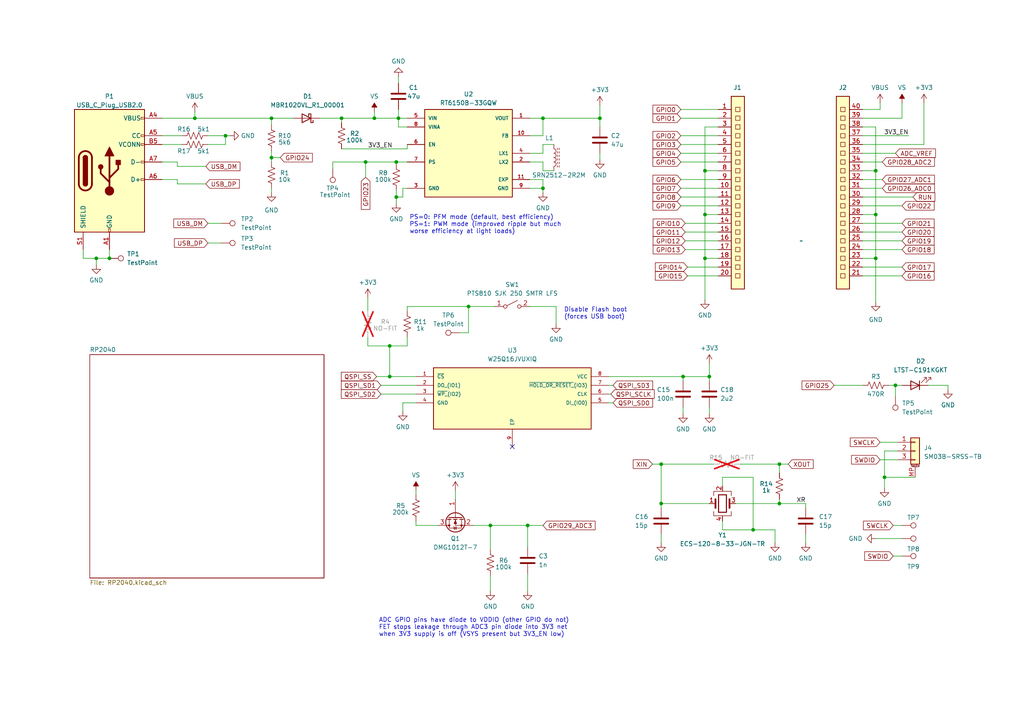
<source format=kicad_sch>
(kicad_sch (version 20231120) (generator "eeschema") (generator_version "8.0")
  (paper "A4")
  (title_block (title "project piCo") (date "2024-08-05") (rev "4") (company "Carlos Sabogal"))
  (lib_symbols
    (symbol "Connector:TestPoint" (pin_numbers hide) (pin_names (offset 0.762) hide)
      (property "Reference" "TP" (at 0 6.858 0))
      (property "Value" "TestPoint" (at 0 5.08 0))
      (symbol "TestPoint_1_1"
        (pin passive line (at 0 0 90) (length 2.54) (name "1") (number "1"))
      )
    )
    (symbol "Connector:USB_C_Plug_USB2.0" (pin_names (offset 1.016))
      (property "Reference" "P" (at -10.16 19.05 0))
      (property "Value" "USB_C_Plug_USB2.0" (at 12.7 19.05 0))
      (symbol "USB_C_Plug_USB2.0_1_1"
        (pin passive line (at 0 -22.86 90) (length 5.08) (name "GND") (number "A1"))
        (pin passive line (at 0 -22.86 90) (length 5.08) hide (name "GND") (number "A12"))
        (pin passive line (at 15.24 15.24 180) (length 5.08) (name "VBUS") (number "A4"))
        (pin bidirectional line (at 15.24 10.16 180) (length 5.08) (name "CC") (number "A5"))
        (pin bidirectional line (at 15.24 -2.54 180) (length 5.08) (name "D+") (number "A6"))
        (pin bidirectional line (at 15.24 2.54 180) (length 5.08) (name "D-") (number "A7"))
        (pin passive line (at 15.24 15.24 180) (length 5.08) hide (name "VBUS") (number "A9"))
        (pin passive line (at 0 -22.86 90) (length 5.08) hide (name "GND") (number "B1"))
        (pin passive line (at 0 -22.86 90) (length 5.08) hide (name "GND") (number "B12"))
        (pin passive line (at 15.24 15.24 180) (length 5.08) hide (name "VBUS") (number "B4"))
        (pin bidirectional line (at 15.24 7.62 180) (length 5.08) (name "VCONN") (number "B5"))
        (pin passive line (at 15.24 15.24 180) (length 5.08) hide (name "VBUS") (number "B9"))
        (pin passive line (at -7.62 -22.86 90) (length 5.08) (name "SHIELD") (number "S1"))
      )
    )
    (symbol "Connector_Generic_MountingPin:Conn_01x03_MountingPin" (pin_names (offset 1.016) hide)
      (property "Reference" "J" (at 0 5.08 0))
      (property "Value" "Conn_01x03_MountingPin" (at 1.27 -5.08 0))
      (symbol "Conn_01x03_MountingPin_1_1"
        (text "Mounting" (at 0 -4.191 0) (effects (font (size 0.381 0.381))))
        (pin passive line (at -5.08 2.54 0) (length 3.81) (name "Pin_1") (number "1"))
        (pin passive line (at -5.08 0 0) (length 3.81) (name "Pin_2") (number "2"))
        (pin passive line (at -5.08 -2.54 0) (length 3.81) (name "Pin_3") (number "3"))
        (pin passive line (at 0 -7.62 90) (length 3.048) (name "MountPin") (number "MP"))
      )
    )
    (symbol "Device:C" (pin_numbers hide) (pin_names (offset 0.254))
      (property "Reference" "C" (at 0.635 2.54 0))
      (property "Value" "C" (at 0.635 -2.54 0))
      (symbol "C_1_1"
        (pin passive line (at 0 3.81 270) (length 2.794) (name "~") (number "1"))
        (pin passive line (at 0 -3.81 90) (length 2.794) (name "~") (number "2"))
      )
    )
    (symbol "Device:Crystal_GND24" (pin_names (offset 1.016) hide)
      (property "Reference" "Y" (at 3.175 5.08 0))
      (property "Value" "Crystal_GND24" (at 3.175 3.175 0))
      (symbol "Crystal_GND24_1_1"
        (pin passive line (at -3.81 0 0) (length 1.27) (name "1") (number "1"))
        (pin passive line (at 0 5.08 270) (length 1.27) (name "2") (number "2"))
        (pin passive line (at 3.81 0 180) (length 1.27) (name "3") (number "3"))
        (pin passive line (at 0 -5.08 90) (length 1.27) (name "4") (number "4"))
      )
    )
    (symbol "Device:D_Schottky" (pin_numbers hide) (pin_names (offset 1.016) hide)
      (property "Reference" "D" (at 0 2.54 0))
      (property "Value" "D_Schottky" (at 0 -2.54 0))
      (symbol "D_Schottky_1_1"
        (pin passive line (at -3.81 0 0) (length 2.54) (name "K") (number "1"))
        (pin passive line (at 3.81 0 180) (length 2.54) (name "A") (number "2"))
      )
    )
    (symbol "Device:LED" (pin_numbers hide) (pin_names (offset 1.016) hide)
      (property "Reference" "D" (at 0 2.54 0))
      (property "Value" "LED" (at 0 -2.54 0))
      (symbol "LED_1_1"
        (pin passive line (at -3.81 0 0) (length 2.54) (name "K") (number "1"))
        (pin passive line (at 3.81 0 180) (length 2.54) (name "A") (number "2"))
      )
    )
    (symbol "Device:L_Ferrite" (pin_numbers hide) (pin_names (offset 1.016) hide)
      (property "Reference" "L" (at -1.27 0 90))
      (property "Value" "L_Ferrite" (at 2.794 0 90))
      (symbol "L_Ferrite_1_1"
        (pin passive line (at 0 3.81 270) (length 1.27) (name "1") (number "1"))
        (pin passive line (at 0 -3.81 90) (length 1.27) (name "2") (number "2"))
      )
    )
    (symbol "Device:Q_NMOS_GSD" (pin_names (offset 0) hide)
      (property "Reference" "Q" (at 5.08 1.27 0))
      (property "Value" "Q_NMOS_GSD" (at 5.08 -1.27 0))
      (symbol "Q_NMOS_GSD_1_1"
        (pin input line (at -5.08 0 0) (length 2.54) (name "G") (number "1"))
        (pin passive line (at 2.54 -5.08 90) (length 2.54) (name "S") (number "2"))
        (pin passive line (at 2.54 5.08 270) (length 2.54) (name "D") (number "3"))
      )
    )
    (symbol "Device:R_US" (pin_numbers hide) (pin_names (offset 0))
      (property "Reference" "R" (at 2.54 0 90))
      (property "Value" "R_US" (at -2.54 0 90))
      (symbol "R_US_1_1"
        (pin passive line (at 0 3.81 270) (length 1.27) (name "~") (number "1"))
        (pin passive line (at 0 -3.81 90) (length 1.27) (name "~") (number "2"))
      )
    )
    (symbol "GND_1" (power) (pin_numbers hide) (pin_names (offset 0) hide)
      (property "Value" "GND" (at 0 -3.81 0))
      (symbol "GND_1_1_1"
        (pin power_in line (at 0 0 270) (length 0) (name "~") (number "1"))
      )
    )
    (symbol "Pico_C:CON_PICO_1-20"
      (property "Reference" "J" (at -13.97 29.21 0))
      (symbol "CON_PICO_1-20_1_1"
        (pin input line (at -20.32 22.86 0) (length 3.81) (name "") (number "1"))
        (pin input line (at -20.32 0 0) (length 3.81) (name "") (number "10"))
        (pin input line (at -20.32 -2.54 0) (length 3.81) (name "") (number "11"))
        (pin input line (at -20.32 -5.08 0) (length 3.81) (name "") (number "12"))
        (pin input line (at -20.32 -7.62 0) (length 3.81) (name "") (number "13"))
        (pin input line (at -20.32 -10.16 0) (length 3.81) (name "") (number "14"))
        (pin input line (at -20.32 -12.7 0) (length 3.81) (name "") (number "15"))
        (pin input line (at -20.32 -15.24 0) (length 3.81) (name "") (number "16"))
        (pin input line (at -20.32 -17.78 0) (length 3.81) (name "") (number "17"))
        (pin input line (at -20.32 -20.32 0) (length 3.81) (name "") (number "18"))
        (pin input line (at -20.32 -22.86 0) (length 3.81) (name "") (number "19"))
        (pin input line (at -20.32 20.32 0) (length 3.81) (name "") (number "2"))
        (pin input line (at -20.32 -25.4 0) (length 3.81) (name "") (number "20"))
        (pin input line (at -20.32 17.78 0) (length 3.81) (name "") (number "3"))
        (pin input line (at -20.32 15.24 0) (length 3.81) (name "") (number "4"))
        (pin input line (at -20.32 12.7 0) (length 3.81) (name "") (number "5"))
        (pin input line (at -20.32 10.16 0) (length 3.81) (name "") (number "6"))
        (pin input line (at -20.32 7.62 0) (length 3.81) (name "") (number "7"))
        (pin input line (at -20.32 5.08 0) (length 3.81) (name "") (number "8"))
        (pin input line (at -20.32 2.54 0) (length 3.81) (name "") (number "9"))
      )
    )
    (symbol "Pico_C:CON_PICO_21-40"
      (property "Reference" "J" (at 13.97 29.21 0))
      (symbol "CON_PICO_21-40_1_1"
        (pin input line (at 21.59 -25.4 180) (length 3.81) (name "") (number "21"))
        (pin input line (at 21.59 -22.86 180) (length 3.81) (name "") (number "22"))
        (pin input line (at 21.59 -20.32 180) (length 3.81) (name "") (number "23"))
        (pin input line (at 21.59 -17.78 180) (length 3.81) (name "") (number "24"))
        (pin input line (at 21.59 -15.24 180) (length 3.81) (name "") (number "25"))
        (pin input line (at 21.59 -12.7 180) (length 3.81) (name "") (number "26"))
        (pin input line (at 21.59 -10.16 180) (length 3.81) (name "") (number "27"))
        (pin input line (at 21.59 -7.62 180) (length 3.81) (name "") (number "28"))
        (pin input line (at 21.59 -5.08 180) (length 3.81) (name "") (number "29"))
        (pin input line (at 21.59 -2.54 180) (length 3.81) (name "") (number "30"))
        (pin input line (at 21.59 0 180) (length 3.81) (name "") (number "31"))
        (pin input line (at 21.59 2.54 180) (length 3.81) (name "") (number "32"))
        (pin input line (at 21.59 5.08 180) (length 3.81) (name "") (number "33"))
        (pin input line (at 21.59 7.62 180) (length 3.81) (name "") (number "34"))
        (pin input line (at 21.59 10.16 180) (length 3.81) (name "") (number "35"))
        (pin input line (at 21.59 12.7 180) (length 3.81) (name "") (number "36"))
        (pin input line (at 21.59 15.24 180) (length 3.81) (name "") (number "37"))
        (pin input line (at 21.59 17.78 180) (length 3.81) (name "") (number "38"))
        (pin input line (at 21.59 20.32 180) (length 3.81) (name "") (number "39"))
        (pin input line (at 21.59 22.86 180) (length 3.81) (name "") (number "40"))
      )
    )
    (symbol "Pico_C:RT6150B-33GQW" (pin_names (offset 1.016))
      (property "Reference" "U" (at -12.7 13.208 0))
      (property "Value" "RT6150B-33GQW" (at -12.7 -15.24 0))
      (symbol "RT6150B-33GQW_0_0"
        (pin output line (at 17.78 10.16 180) (length 5.08) (name "VOUT") (number "1"))
        (pin input line (at 17.78 5.08 180) (length 5.08) (name "FB") (number "10"))
        (pin power_in line (at 17.78 -7.62 180) (length 5.08) (name "EXP") (number "11"))
        (pin passive line (at 17.78 -2.54 180) (length 5.08) (name "LX2") (number "2"))
        (pin power_in line (at -17.78 -10.16 0) (length 5.08) (name "GND") (number "3"))
        (pin passive line (at 17.78 0 180) (length 5.08) (name "LX1") (number "4"))
        (pin input line (at -17.78 10.16 0) (length 5.08) (name "VIN") (number "5"))
        (pin input line (at -17.78 2.54 0) (length 5.08) (name "EN") (number "6"))
        (pin input line (at -17.78 -2.54 0) (length 5.08) (name "PS") (number "7"))
        (pin input line (at -17.78 7.62 0) (length 5.08) (name "VINA") (number "8"))
        (pin power_in line (at 17.78 -10.16 180) (length 5.08) (name "GND") (number "9"))
      )
    )
    (symbol "Pico_C:W25Q16JVUXIQ" (pin_names (offset 1.016))
      (property "Reference" "U" (at 52.07 7.62 0))
      (property "Value" "W25Q16JVUXIQ" (at 52.07 5.08 0))
      (symbol "W25Q16JVUXIQ_0_0"
        (pin bidirectional line (at 0 0 0) (length 5.08) (name "~{CS}") (number "1"))
        (pin bidirectional line (at 0 -2.54 0) (length 5.08) (name "DO_(IO1)") (number "2"))
        (pin bidirectional line (at 0 -5.08 0) (length 5.08) (name "~{WP_}(IO2)") (number "3"))
        (pin bidirectional line (at 0 -7.62 0) (length 5.08) (name "GND") (number "4"))
        (pin bidirectional line (at 55.88 -7.62 180) (length 5.08) (name "DI_(IO0)") (number "5"))
        (pin bidirectional line (at 55.88 -5.08 180) (length 5.08) (name "CLK") (number "6"))
        (pin bidirectional line (at 55.88 -2.54 180) (length 5.08) (name "~{HOLD_OR_RESET_}(IO3)") (number "7"))
        (pin bidirectional line (at 55.88 0 180) (length 5.08) (name "VCC") (number "8"))
        (pin bidirectional line (at 27.94 -20.32 90) (length 5.08) (name "EP") (number "9"))
      )
    )
    (symbol "Switch:SW_SPST" (pin_names (offset 0) hide)
      (property "Reference" "SW" (at 0 3.175 0))
      (property "Value" "SW_SPST" (at 0 -2.54 0))
      (symbol "SW_SPST_1_1"
        (pin passive line (at -5.08 0 0) (length 2.54) (name "A") (number "1"))
        (pin passive line (at 5.08 0 180) (length 2.54) (name "B") (number "2"))
      )
    )
    (symbol "power:+3V3" (power) (pin_names (offset 0))
      (property "Value" "+3V3" (at 0 3.556 0))
      (symbol "+3V3_1_1"
        (pin power_in line (at 0 0 90) (length 0) hide (name "+3V3") (number "1"))
      )
    )
    (symbol "power:GND" (power) (pin_names (offset 0))
      (property "Value" "GND" (at 0 -3.81 0))
      (symbol "GND_1_1"
        (pin power_in line (at 0 0 270) (length 0) hide (name "GND") (number "1"))
      )
    )
    (symbol "power:VBUS" (power) (pin_names (offset 0))
      (property "Value" "VBUS" (at 0 3.81 0))
      (symbol "VBUS_1_1"
        (pin power_in line (at 0 0 90) (length 0) hide (name "VBUS") (number "1"))
      )
    )
    (symbol "power:VS" (power) (pin_names (offset 0))
      (property "Value" "VS" (at 0 3.81 0))
      (symbol "VS_1_1"
        (pin power_in line (at 0 0 90) (length 0) hide (name "VS") (number "1"))
      )
    )
  )
  (junction (at 254 74.93))
  (junction (at 254 49.53))
  (junction (at 191.77 134.62))
  (junction (at 204.47 49.53))
  (junction (at 259.715 111.76))
  (junction (at 198.12 109.22))
  (junction (at 78.74 34.29))
  (junction (at 226.06 146.05))
  (junction (at 254 62.23))
  (junction (at 115.57 34.29))
  (junction (at 256.54 138.43))
  (junction (at 157.48 54.61))
  (junction (at 114.935 57.15))
  (junction (at 135.89 88.9))
  (junction (at 142.24 152.4))
  (junction (at 113.03 100.33))
  (junction (at 27.94 74.93))
  (junction (at 226.06 134.62))
  (junction (at 204.47 74.93))
  (junction (at 113.03 109.22))
  (junction (at 157.48 34.29))
  (junction (at 218.44 153.67))
  (junction (at 108.585 34.29))
  (junction (at 153.035 152.4))
  (junction (at 173.99 34.29))
  (junction (at 56.515 34.29))
  (junction (at 99.06 34.29))
  (junction (at 31.75 74.93))
  (junction (at 106.045 46.99))
  (junction (at 205.74 109.22))
  (junction (at 65.405 39.37))
  (junction (at 114.935 46.99))
  (junction (at 78.74 45.72))
  (junction (at 204.47 62.23))
  (junction (at 191.77 146.05))
  (no_connect (at 148.59 129.54))
  (wire (pts (xy 153.035 152.4) (xy 142.24 152.4)))
  (wire (pts (xy 96.52 46.99) (xy 96.52 48.895)))
  (wire (pts (xy 254 156.21) (xy 261.62 156.21)))
  (wire (pts (xy 250.19 67.31) (xy 261.62 67.31)))
  (wire (pts (xy 110.49 111.76) (xy 120.65 111.76)))
  (wire (pts (xy 198.12 120.015) (xy 198.12 118.11)))
  (wire (pts (xy 250.19 41.91) (xy 267.97 41.91)))
  (wire (pts (xy 132.08 144.78) (xy 132.08 142.24)))
  (wire (pts (xy 114.935 46.99) (xy 118.11 46.99)))
  (wire (pts (xy 255.905 54.61) (xy 250.19 54.61)))
  (wire (pts (xy 250.19 62.23) (xy 254 62.23)))
  (wire (pts (xy 157.48 152.4) (xy 153.035 152.4)))
  (wire (pts (xy 197.485 31.75) (xy 208.28 31.75)))
  (wire (pts (xy 106.045 51.435) (xy 106.045 46.99)))
  (wire (pts (xy 191.77 154.94) (xy 191.77 157.48)))
  (wire (pts (xy 250.19 77.47) (xy 261.62 77.47)))
  (wire (pts (xy 78.74 36.195) (xy 78.74 34.29)))
  (wire (pts (xy 254 62.23) (xy 254 74.93)))
  (wire (pts (xy 24.13 74.93) (xy 27.94 74.93)))
  (wire (pts (xy 110.49 114.3) (xy 120.65 114.3)))
  (wire (pts (xy 256.54 138.43) (xy 265.43 138.43)))
  (wire (pts (xy 259.715 114.935) (xy 259.715 111.76)))
  (wire (pts (xy 51.435 52.07) (xy 51.435 53.34)))
  (wire (pts (xy 99.06 43.18) (xy 118.11 43.18)))
  (wire (pts (xy 157.48 49.53) (xy 157.48 46.99)))
  (wire (pts (xy 157.48 54.61) (xy 153.67 54.61)))
  (wire (pts (xy 199.39 80.01) (xy 208.28 80.01)))
  (wire (pts (xy 27.94 74.93) (xy 31.75 74.93)))
  (wire (pts (xy 115.57 36.83) (xy 118.11 36.83)))
  (wire (pts (xy 157.48 41.91) (xy 160.655 41.91)))
  (wire (pts (xy 106.68 86.36) (xy 106.68 90.17)))
  (wire (pts (xy 108.585 34.29) (xy 115.57 34.29)))
  (wire (pts (xy 157.48 46.99) (xy 153.67 46.99)))
  (wire (pts (xy 226.06 134.62) (xy 226.06 137.16)))
  (wire (pts (xy 116.84 57.15) (xy 114.935 57.15)))
  (wire (pts (xy 120.65 152.4) (xy 127 152.4)))
  (wire (pts (xy 173.99 34.29) (xy 173.99 36.83)))
  (wire (pts (xy 205.74 105.41) (xy 205.74 109.22)))
  (wire (pts (xy 254 49.53) (xy 254 62.23)))
  (wire (pts (xy 109.22 109.22) (xy 113.03 109.22)))
  (wire (pts (xy 118.11 88.9) (xy 135.89 88.9)))
  (wire (pts (xy 226.06 146.05) (xy 233.68 146.05)))
  (wire (pts (xy 120.65 142.24) (xy 120.65 143.51)))
  (wire (pts (xy 118.11 54.61) (xy 116.84 54.61)))
  (wire (pts (xy 177.165 114.3) (xy 176.53 114.3)))
  (wire (pts (xy 209.55 140.97) (xy 209.55 138.43)))
  (wire (pts (xy 199.39 77.47) (xy 208.28 77.47)))
  (wire (pts (xy 261.62 152.4) (xy 259.08 152.4)))
  (wire (pts (xy 260.35 130.81) (xy 256.54 130.81)))
  (wire (pts (xy 250.19 72.39) (xy 261.62 72.39)))
  (wire (pts (xy 46.99 41.91) (xy 52.705 41.91)))
  (wire (pts (xy 197.485 44.45) (xy 208.28 44.45)))
  (wire (pts (xy 226.06 144.78) (xy 226.06 146.05)))
  (wire (pts (xy 173.99 30.48) (xy 173.99 34.29)))
  (wire (pts (xy 191.77 146.05) (xy 191.77 147.32)))
  (wire (pts (xy 191.77 134.62) (xy 207.01 134.62)))
  (wire (pts (xy 161.29 88.9) (xy 161.29 93.98)))
  (wire (pts (xy 204.47 49.53) (xy 204.47 62.23)))
  (wire (pts (xy 256.54 138.43) (xy 256.54 141.605)))
  (wire (pts (xy 250.19 57.15) (xy 264.795 57.15)))
  (wire (pts (xy 267.97 41.91) (xy 267.97 29.845)))
  (wire (pts (xy 157.48 52.07) (xy 157.48 54.61)))
  (wire (pts (xy 120.65 151.13) (xy 120.65 152.4)))
  (wire (pts (xy 218.44 138.43) (xy 218.44 153.67)))
  (wire (pts (xy 115.57 34.29) (xy 115.57 31.75)))
  (wire (pts (xy 204.47 62.23) (xy 204.47 74.93)))
  (wire (pts (xy 160.655 49.53) (xy 157.48 49.53)))
  (wire (pts (xy 177.8 116.84) (xy 176.53 116.84)))
  (wire (pts (xy 250.19 59.69) (xy 261.62 59.69)))
  (wire (pts (xy 254 36.83) (xy 254 49.53)))
  (wire (pts (xy 64.135 70.485) (xy 60.325 70.485)))
  (wire (pts (xy 99.06 34.29) (xy 108.585 34.29)))
  (wire (pts (xy 24.13 72.39) (xy 24.13 74.93)))
  (wire (pts (xy 157.48 34.29) (xy 157.48 39.37)))
  (wire (pts (xy 197.485 34.29) (xy 208.28 34.29)))
  (wire (pts (xy 197.485 57.15) (xy 208.28 57.15)))
  (wire (pts (xy 208.28 74.93) (xy 204.47 74.93)))
  (wire (pts (xy 59.69 48.26) (xy 51.435 48.26)))
  (wire (pts (xy 250.19 69.85) (xy 261.62 69.85)))
  (wire (pts (xy 226.06 134.62) (xy 228.6 134.62)))
  (wire (pts (xy 46.99 34.29) (xy 56.515 34.29)))
  (wire (pts (xy 142.24 152.4) (xy 142.24 159.385)))
  (wire (pts (xy 64.135 64.77) (xy 60.325 64.77)))
  (wire (pts (xy 157.48 34.29) (xy 173.99 34.29)))
  (wire (pts (xy 118.11 43.18) (xy 118.11 41.91)))
  (wire (pts (xy 78.74 55.88) (xy 78.74 54.61)))
  (wire (pts (xy 27.94 76.835) (xy 27.94 74.93)))
  (wire (pts (xy 250.19 34.29) (xy 261.62 34.29)))
  (wire (pts (xy 224.79 153.67) (xy 224.79 157.48)))
  (wire (pts (xy 197.485 54.61) (xy 208.28 54.61)))
  (wire (pts (xy 198.755 67.31) (xy 208.28 67.31)))
  (wire (pts (xy 153.035 158.75) (xy 153.035 152.4)))
  (wire (pts (xy 205.74 120.015) (xy 205.74 118.11)))
  (wire (pts (xy 118.11 100.33) (xy 118.11 97.79)))
  (wire (pts (xy 114.935 46.99) (xy 114.935 47.625)))
  (wire (pts (xy 197.485 59.69) (xy 208.28 59.69)))
  (wire (pts (xy 46.99 39.37) (xy 52.705 39.37)))
  (wire (pts (xy 114.935 55.245) (xy 114.935 57.15)))
  (wire (pts (xy 118.11 88.9) (xy 118.11 90.17)))
  (wire (pts (xy 198.12 109.22) (xy 198.12 110.49)))
  (wire (pts (xy 263.525 39.37) (xy 250.19 39.37)))
  (wire (pts (xy 261.62 161.29) (xy 259.08 161.29)))
  (wire (pts (xy 250.19 31.75) (xy 255.27 31.75)))
  (wire (pts (xy 197.485 39.37) (xy 208.28 39.37)))
  (wire (pts (xy 209.55 138.43) (xy 218.44 138.43)))
  (wire (pts (xy 250.19 36.83) (xy 254 36.83)))
  (wire (pts (xy 115.57 34.29) (xy 118.11 34.29)))
  (wire (pts (xy 31.75 74.93) (xy 31.75 72.39)))
  (wire (pts (xy 250.19 64.77) (xy 261.62 64.77)))
  (wire (pts (xy 157.48 55.88) (xy 157.48 54.61)))
  (wire (pts (xy 233.68 157.48) (xy 233.68 154.94)))
  (wire (pts (xy 197.485 41.91) (xy 208.28 41.91)))
  (wire (pts (xy 209.55 153.67) (xy 209.55 151.13)))
  (wire (pts (xy 226.06 134.62) (xy 214.63 134.62)))
  (wire (pts (xy 259.715 111.76) (xy 261.62 111.76)))
  (wire (pts (xy 142.24 152.4) (xy 137.16 152.4)))
  (wire (pts (xy 81.28 45.72) (xy 78.74 45.72)))
  (wire (pts (xy 153.67 88.9) (xy 161.29 88.9)))
  (wire (pts (xy 153.67 39.37) (xy 157.48 39.37)))
  (wire (pts (xy 213.36 146.05) (xy 226.06 146.05)))
  (wire (pts (xy 208.28 62.23) (xy 204.47 62.23)))
  (wire (pts (xy 106.045 46.99) (xy 114.935 46.99)))
  (wire (pts (xy 191.77 134.62) (xy 191.77 146.05)))
  (wire (pts (xy 113.03 100.33) (xy 113.03 109.22)))
  (wire (pts (xy 259.715 44.45) (xy 250.19 44.45)))
  (wire (pts (xy 208.28 36.83) (xy 204.47 36.83)))
  (wire (pts (xy 218.44 153.67) (xy 224.79 153.67)))
  (wire (pts (xy 250.19 74.93) (xy 254 74.93)))
  (wire (pts (xy 255.27 133.35) (xy 260.35 133.35)))
  (wire (pts (xy 189.23 134.62) (xy 191.77 134.62)))
  (wire (pts (xy 56.515 34.29) (xy 78.74 34.29)))
  (wire (pts (xy 106.68 100.33) (xy 113.03 100.33)))
  (wire (pts (xy 116.84 116.84) (xy 120.65 116.84)))
  (wire (pts (xy 153.67 34.29) (xy 157.48 34.29)))
  (wire (pts (xy 92.71 34.29) (xy 99.06 34.29)))
  (wire (pts (xy 108.585 32.385) (xy 108.585 34.29)))
  (wire (pts (xy 51.435 46.99) (xy 51.435 48.26)))
  (wire (pts (xy 233.68 146.05) (xy 233.68 147.32)))
  (wire (pts (xy 198.12 109.22) (xy 205.74 109.22)))
  (wire (pts (xy 204.47 36.83) (xy 204.47 49.53)))
  (wire (pts (xy 255.905 46.99) (xy 250.19 46.99)))
  (wire (pts (xy 198.755 72.39) (xy 208.28 72.39)))
  (wire (pts (xy 135.89 88.9) (xy 135.89 96.52)))
  (wire (pts (xy 113.03 109.22) (xy 120.65 109.22)))
  (wire (pts (xy 191.77 146.05) (xy 205.74 146.05)))
  (wire (pts (xy 256.54 130.81) (xy 256.54 138.43)))
  (wire (pts (xy 255.27 29.845) (xy 255.27 31.75)))
  (wire (pts (xy 274.955 111.76) (xy 274.955 113.03)))
  (wire (pts (xy 115.57 22.225) (xy 115.57 24.13)))
  (wire (pts (xy 56.515 32.385) (xy 56.515 34.29)))
  (wire (pts (xy 173.99 46.355) (xy 173.99 44.45)))
  (wire (pts (xy 255.27 128.27) (xy 260.35 128.27)))
  (wire (pts (xy 135.89 88.9) (xy 143.51 88.9)))
  (wire (pts (xy 96.52 46.99) (xy 106.045 46.99)))
  (wire (pts (xy 46.99 52.07) (xy 51.435 52.07)))
  (wire (pts (xy 66.675 39.37) (xy 65.405 39.37)))
  (wire (pts (xy 177.8 111.76) (xy 176.53 111.76)))
  (wire (pts (xy 78.74 34.29) (xy 85.09 34.29)))
  (wire (pts (xy 255.905 52.07) (xy 250.19 52.07)))
  (wire (pts (xy 65.405 39.37) (xy 65.405 41.91)))
  (wire (pts (xy 135.89 96.52) (xy 133.35 96.52)))
  (wire (pts (xy 78.74 45.72) (xy 78.74 46.99)))
  (wire (pts (xy 261.62 29.845) (xy 261.62 34.29)))
  (wire (pts (xy 46.99 46.99) (xy 51.435 46.99)))
  (wire (pts (xy 65.405 41.91) (xy 60.325 41.91)))
  (wire (pts (xy 106.68 97.79) (xy 106.68 100.33)))
  (wire (pts (xy 198.755 64.77) (xy 208.28 64.77)))
  (wire (pts (xy 250.19 49.53) (xy 254 49.53)))
  (wire (pts (xy 113.03 100.33) (xy 118.11 100.33)))
  (wire (pts (xy 205.74 110.49) (xy 205.74 109.22)))
  (wire (pts (xy 115.57 34.29) (xy 115.57 36.83)))
  (wire (pts (xy 153.67 44.45) (xy 157.48 44.45)))
  (wire (pts (xy 254 74.93) (xy 254 87.63)))
  (wire (pts (xy 116.84 54.61) (xy 116.84 57.15)))
  (wire (pts (xy 198.755 69.85) (xy 208.28 69.85)))
  (wire (pts (xy 204.47 86.995) (xy 204.47 74.93)))
  (wire (pts (xy 78.74 43.815) (xy 78.74 45.72)))
  (wire (pts (xy 157.48 44.45) (xy 157.48 41.91)))
  (wire (pts (xy 153.67 52.07) (xy 157.48 52.07)))
  (wire (pts (xy 197.485 46.99) (xy 208.28 46.99)))
  (wire (pts (xy 114.935 57.15) (xy 114.935 59.055)))
  (wire (pts (xy 204.47 49.53) (xy 208.28 49.53)))
  (wire (pts (xy 269.24 111.76) (xy 274.955 111.76)))
  (wire (pts (xy 241.935 111.76) (xy 250.19 111.76)))
  (wire (pts (xy 257.81 111.76) (xy 259.715 111.76)))
  (wire (pts (xy 153.035 166.37) (xy 153.035 171.45)))
  (wire (pts (xy 176.53 109.22) (xy 198.12 109.22)))
  (wire (pts (xy 99.06 34.29) (xy 99.06 35.56)))
  (wire (pts (xy 59.69 53.34) (xy 51.435 53.34)))
  (wire (pts (xy 60.325 39.37) (xy 65.405 39.37)))
  (wire (pts (xy 209.55 153.67) (xy 218.44 153.67)))
  (wire (pts (xy 250.19 80.01) (xy 261.62 80.01)))
  (wire (pts (xy 142.24 167.005) (xy 142.24 171.45)))
  (wire (pts (xy 197.485 52.07) (xy 208.28 52.07)))
  (wire (pts (xy 116.84 119.38) (xy 116.84 116.84)))
  (text "PS=0: PFM mode (default, best efficiency)\nPS=1: PWM mode (improved ripple but much\nworse efficiency at light loads)" (at 118.745 67.945 0) (effects (font (size 1.27 1.27)) (justify left bottom)))
  (text "ADC GPIO pins have diode to VDDIO (other GPIO do not)\nFET stops leakage through ADC3 pin diode into 3V3 net\nwhen 3V3 supply is off (VSYS present but 3V3_EN low)" (at 109.855 184.785 0) (effects (font (size 1.27 1.27)) (justify left bottom)))
  (text "Disable Flash boot\n(forces USB boot)" (at 163.576 92.71 0) (effects (font (size 1.27 1.27)) (justify left bottom)))
  (label "XR" (at 233.68 146.05 180))
  (label "3V3_EN" (at 106.68 43.18 0))
  (label "3V3_EN" (at 263.525 39.37 180))
  (global_label "GPIO11" (shape input) (at 198.755 67.31 180) (property "Intersheetrefs" "${INTERSHEET_REFS}" (effects (hide yes))))
  (global_label "SWCLK" (shape input) (at 255.27 128.27 180) (property "Intersheetrefs" "${INTERSHEET_REFS}" (effects (hide yes))))
  (global_label "QSPI_SD1" (shape input) (at 110.49 111.76 180) (property "Intersheetrefs" "${INTERSHEET_REFS}" (effects (hide yes))))
  (global_label "GPIO8" (shape input) (at 197.485 57.15 180) (property "Intersheetrefs" "${INTERSHEET_REFS}" (effects (hide yes))))
  (global_label "GPIO7" (shape input) (at 197.485 54.61 180) (property "Intersheetrefs" "${INTERSHEET_REFS}" (effects (hide yes))))
  (global_label "GPIO12" (shape input) (at 198.755 69.85 180) (property "Intersheetrefs" "${INTERSHEET_REFS}" (effects (hide yes))))
  (global_label "USB_DM" (shape input) (at 60.325 64.77 180) (property "Intersheetrefs" "${INTERSHEET_REFS}" (effects (hide yes))))
  (global_label "XOUT" (shape input) (at 228.6 134.62 0) (property "Intersheetrefs" "${INTERSHEET_REFS}" (effects (hide yes))))
  (global_label "SWDIO" (shape input) (at 255.27 133.35 180) (property "Intersheetrefs" "${INTERSHEET_REFS}" (effects (hide yes))))
  (global_label "RUN" (shape input) (at 264.795 57.15 0) (property "Intersheetrefs" "${INTERSHEET_REFS}" (effects (hide yes))))
  (global_label "QSPI_SCLK" (shape input) (at 177.165 114.3 0) (property "Intersheetrefs" "${INTERSHEET_REFS}" (effects (hide yes))))
  (global_label "USB_DM" (shape input) (at 59.69 48.26 0) (property "Intersheetrefs" "${INTERSHEET_REFS}" (effects (hide yes))))
  (global_label "USB_DP" (shape input) (at 59.69 53.34 0) (property "Intersheetrefs" "${INTERSHEET_REFS}" (effects (hide yes))))
  (global_label "GPIO13" (shape input) (at 198.755 72.39 180) (property "Intersheetrefs" "${INTERSHEET_REFS}" (effects (hide yes))))
  (global_label "GPIO2" (shape input) (at 197.485 39.37 180) (property "Intersheetrefs" "${INTERSHEET_REFS}" (effects (hide yes))))
  (global_label "SWDIO" (shape input) (at 259.08 161.29 180) (property "Intersheetrefs" "${INTERSHEET_REFS}" (effects (hide yes))))
  (global_label "SWCLK" (shape input) (at 259.08 152.4 180) (property "Intersheetrefs" "${INTERSHEET_REFS}" (effects (hide yes))))
  (global_label "USB_DP" (shape input) (at 60.325 70.485 180) (property "Intersheetrefs" "${INTERSHEET_REFS}" (effects (hide yes))))
  (global_label "GPIO5" (shape input) (at 197.485 46.99 180) (property "Intersheetrefs" "${INTERSHEET_REFS}" (effects (hide yes))))
  (global_label "GPIO18" (shape input) (at 261.62 72.39 0) (property "Intersheetrefs" "${INTERSHEET_REFS}" (effects (hide yes))))
  (global_label "QSPI_SD2" (shape input) (at 110.49 114.3 180) (property "Intersheetrefs" "${INTERSHEET_REFS}" (effects (hide yes))))
  (global_label "GPIO27_ADC1" (shape input) (at 255.905 52.07 0) (property "Intersheetrefs" "${INTERSHEET_REFS}" (effects (hide yes))))
  (global_label "GPIO14" (shape input) (at 199.39 77.47 180) (property "Intersheetrefs" "${INTERSHEET_REFS}" (effects (hide yes))))
  (global_label "GPIO3" (shape input) (at 197.485 41.91 180) (property "Intersheetrefs" "${INTERSHEET_REFS}" (effects (hide yes))))
  (global_label "GPIO23" (shape input) (at 106.045 51.435 270) (property "Intersheetrefs" "${INTERSHEET_REFS}" (effects (hide yes))))
  (global_label "GPIO16" (shape input) (at 261.62 80.01 0) (property "Intersheetrefs" "${INTERSHEET_REFS}" (effects (hide yes))))
  (global_label "GPIO29_ADC3" (shape input) (at 157.48 152.4 0) (property "Intersheetrefs" "${INTERSHEET_REFS}" (effects (hide yes))))
  (global_label "GPIO15" (shape input) (at 199.39 80.01 180) (property "Intersheetrefs" "${INTERSHEET_REFS}" (effects (hide yes))))
  (global_label "GPIO20" (shape input) (at 261.62 67.31 0) (property "Intersheetrefs" "${INTERSHEET_REFS}" (effects (hide yes))))
  (global_label "QSPI_SD3" (shape input) (at 177.8 111.76 0) (property "Intersheetrefs" "${INTERSHEET_REFS}" (effects (hide yes))))
  (global_label "ADC_VREF" (shape input) (at 259.715 44.45 0) (property "Intersheetrefs" "${INTERSHEET_REFS}" (effects (hide yes))))
  (global_label "GPIO21" (shape input) (at 261.62 64.77 0) (property "Intersheetrefs" "${INTERSHEET_REFS}" (effects (hide yes))))
  (global_label "QSPI_SD0" (shape input) (at 177.8 116.84 0) (property "Intersheetrefs" "${INTERSHEET_REFS}" (effects (hide yes))))
  (global_label "GPIO17" (shape input) (at 261.62 77.47 0) (property "Intersheetrefs" "${INTERSHEET_REFS}" (effects (hide yes))))
  (global_label "GPIO0" (shape input) (at 197.485 31.75 180) (property "Intersheetrefs" "${INTERSHEET_REFS}" (effects (hide yes))))
  (global_label "GPIO6" (shape input) (at 197.485 52.07 180) (property "Intersheetrefs" "${INTERSHEET_REFS}" (effects (hide yes))))
  (global_label "GPIO4" (shape input) (at 197.485 44.45 180) (property "Intersheetrefs" "${INTERSHEET_REFS}" (effects (hide yes))))
  (global_label "GPIO1" (shape input) (at 197.485 34.29 180) (property "Intersheetrefs" "${INTERSHEET_REFS}" (effects (hide yes))))
  (global_label "GPIO9" (shape input) (at 197.485 59.69 180) (property "Intersheetrefs" "${INTERSHEET_REFS}" (effects (hide yes))))
  (global_label "QSPI_SS" (shape input) (at 109.22 109.22 180) (property "Intersheetrefs" "${INTERSHEET_REFS}" (effects (hide yes))))
  (global_label "GPIO19" (shape input) (at 261.62 69.85 0) (property "Intersheetrefs" "${INTERSHEET_REFS}" (effects (hide yes))))
  (global_label "GPIO28_ADC2" (shape input) (at 255.905 46.99 0) (property "Intersheetrefs" "${INTERSHEET_REFS}" (effects (hide yes))))
  (global_label "GPIO10" (shape input) (at 198.755 64.77 180) (property "Intersheetrefs" "${INTERSHEET_REFS}" (effects (hide yes))))
  (global_label "GPIO25" (shape input) (at 241.935 111.76 180) (property "Intersheetrefs" "${INTERSHEET_REFS}" (effects (hide yes))))
  (global_label "XIN" (shape input) (at 189.23 134.62 180) (property "Intersheetrefs" "${INTERSHEET_REFS}" (effects (hide yes))))
  (global_label "GPIO22" (shape input) (at 261.62 59.69 0) (property "Intersheetrefs" "${INTERSHEET_REFS}" (effects (hide yes))))
  (global_label "GPIO26_ADC0" (shape input) (at 255.905 54.61 0) (property "Intersheetrefs" "${INTERSHEET_REFS}" (effects (hide yes))))
  (global_label "GPIO24" (shape input) (at 81.28 45.72 0) (property "Intersheetrefs" "${INTERSHEET_REFS}" (effects (hide yes))))
  (symbol (lib_id "power:VBUS") (at 255.27 29.845 0) (unit 1)
    (property "Reference" "#PWR023" (effects (hide yes)))
    (property "Value" "VBUS" (at 255.27 25.4 0))
  )
  (symbol (lib_id "Connector:TestPoint") (at 261.62 156.21 270) (unit 1)
    (property "Reference" "TP8" (at 264.922 159.258 90))
    (property "Value" "TestPoint" (effects (hide yes)))
    (property "Footprint" "TestPoint:TestPoint_Pad_1.5x1.5mm" (effects (hide yes)))
  )
  (symbol (lib_id "power:+3V3") (at 132.08 142.24 0) (unit 1)
    (property "Reference" "#PWR026" (effects (hide yes)))
    (property "Value" "+3V3" (at 132.08 137.795 0))
  )
  (symbol (lib_id "Device:R_US") (at 99.06 39.37 180) (unit 1)
    (property "Reference" "R2" (at 102.87 38.735 0))
    (property "Value" "100k" (at 102.87 40.64 0))
    (property "Footprint" "Resistor_SMD:R_0402_1005Metric" (effects (hide yes)))
  )
  (symbol (lib_id "power:GND") (at 205.74 120.015 0) (unit 1)
    (property "Reference" "#PWR016" (effects (hide yes)))
    (property "Value" "GND" (at 205.74 124.46 0))
  )
  (symbol (lib_id "Switch:SW_SPST") (at 148.59 88.9 0) (unit 1)
    (property "Reference" "SW1" (at 148.59 82.55 0))
    (property "Value" "PTS810 SJK 250 SMTR LFS" (at 148.59 85.09 0))
    (property "Footprint" "Button_Switch_SMD:SW_SPST_PTS810" (effects (hide yes)))
    (property "Datasheet" "https://www.ckswitches.com/media/1476/pts810.pdf" (effects (hide yes)))
    (property "Description" "Single Pole Single Throw (SPST) switch" (effects (hide yes)))
  )
  (symbol (lib_id "Device:C") (at 191.77 151.13 0) (unit 1)
    (property "Reference" "C16" (at 184.15 149.86 0) (effects (justify left)))
    (property "Value" "15p" (at 184.15 152.4 0) (effects (justify left)))
    (property "Footprint" "Capacitor_SMD:C_0201_0603Metric" (effects (hide yes)))
  )
  (symbol (lib_id "power:GND") (at 198.12 120.015 0) (unit 1)
    (property "Reference" "#PWR015" (effects (hide yes)))
    (property "Value" "GND" (at 198.12 124.46 0))
  )
  (symbol (lib_id "Device:R_US") (at 226.06 140.97 180) (unit 1)
    (property "Reference" "R14" (at 222.25 140.335 0))
    (property "Value" "1k" (at 222.25 142.24 0))
    (property "Footprint" "Resistor_SMD:R_0402_1005Metric" (effects (hide yes)))
  )
  (symbol (lib_id "Connector:TestPoint") (at 261.62 152.4 270) (unit 1)
    (property "Reference" "TP7" (at 264.922 150.114 90))
    (property "Value" "TestPoint" (effects (hide yes)))
    (property "Footprint" "TestPoint:TestPoint_Pad_1.5x1.5mm" (effects (hide yes)))
  )
  (symbol (lib_id "power:GND") (at 115.57 22.225 180) (unit 1)
    (property "Reference" "#PWR043" (effects (hide yes)))
    (property "Value" "GND" (at 115.57 17.78 0))
  )
  (symbol (lib_id "Pico_C:RT6150B-33GQW") (at 135.89 44.45 0) (unit 1)
    (property "Reference" "U2" (at 135.89 27.305 0))
    (property "Value" "RT6150B-33GQW" (at 135.89 29.845 0))
    (property "Footprint" "Package_DFN_QFN:DFN-10-1EP_2.6x2.6mm_P0.5mm_EP1.3x2.2mm" (effects (hide yes)))
    (property "Datasheet" "https://www.richtek.com/assets/product_file/RT6150A=RT6150B/DS6150AB-04.pdf" (effects (hide yes)))
  )
  (symbol (lib_id "Device:R_US") (at 78.74 50.8 180) (unit 1)
    (property "Reference" "R1" (at 82.55 50.165 0))
    (property "Value" "10k" (at 82.55 52.07 0))
    (property "Footprint" "Resistor_SMD:R_0402_1005Metric" (effects (hide yes)))
  )
  (symbol (lib_id "power:GND") (at 66.675 39.37 90) (unit 1)
    (property "Reference" "#PWR06" (effects (hide yes)))
    (property "Value" "GND" (at 69.85 39.37 90) (effects (justify right)))
  )
  (symbol (lib_id "Device:R_US") (at 56.515 39.37 90) (unit 1)
    (property "Reference" "R16" (at 53.34 37.465 90))
    (property "Value" "5k1" (at 59.055 37.465 90))
    (property "Footprint" "Resistor_SMD:R_0402_1005Metric" (effects (hide yes)))
  )
  (symbol (lib_id "power:GND") (at 116.84 119.38 0) (unit 1)
    (property "Reference" "#PWR013" (effects (hide yes)))
    (property "Value" "GND" (at 116.84 123.825 0))
  )
  (symbol (lib_id "power:+3V3") (at 205.74 105.41 0) (unit 1)
    (property "Reference" "#PWR011" (effects (hide yes)))
    (property "Value" "+3V3" (at 205.74 100.965 0))
  )
  (symbol (lib_id "Device:R_US") (at 106.68 93.98 180) (unit 1) (dnp yes)
    (property "Reference" "R4" (at 111.76 93.345 0))
    (property "Value" "NO-FIT" (at 111.76 95.25 0))
    (property "Footprint" "Resistor_SMD:R_0402_1005Metric" (effects (hide yes)))
  )
  (symbol (lib_id "Device:R_US") (at 118.11 93.98 180) (unit 1)
    (property "Reference" "R11" (at 121.92 93.345 0))
    (property "Value" "1k" (at 121.92 95.25 0))
    (property "Footprint" "Resistor_SMD:R_0402_1005Metric" (effects (hide yes)))
  )
  (symbol (lib_id "Connector:TestPoint") (at 96.52 48.895 180) (unit 1)
    (property "Reference" "TP4" (at 94.615 54.61 0) (effects (justify right)))
    (property "Value" "TestPoint" (at 92.71 56.515 0) (effects (justify right)))
    (property "Footprint" "TestPoint:TestPoint_Pad_1.5x1.5mm" (effects (hide yes)))
  )
  (symbol (lib_id "power:VS") (at 120.65 142.24 0) (unit 1)
    (property "Reference" "#PWR024" (effects (hide yes)))
    (property "Value" "VS" (at 120.65 137.795 0))
  )
  (symbol (lib_id "Device:C") (at 205.74 114.3 0) (unit 1)
    (property "Reference" "C18" (at 208.915 113.03 0) (effects (justify left)))
    (property "Value" "2u2" (at 208.915 115.57 0) (effects (justify left)))
    (property "Footprint" "Capacitor_SMD:C_0402_1005Metric" (effects (hide yes)))
  )
  (symbol (lib_id "Pico_C:CON_PICO_1-20") (at 228.6 54.61 0) (unit 1)
    (property "Reference" "J1" (at 212.725 25.4 0) (effects (justify left)))
    (property "Value" "~" (at 232.41 69.85 0))
    (property "Footprint" "Pico_C:CON_PICO_1-20" (effects (hide yes)))
  )
  (symbol (lib_id "power:GND") (at 233.68 157.48 0) (unit 1)
    (property "Reference" "#PWR029" (effects (hide yes)))
    (property "Value" "GND" (at 233.68 161.925 0))
  )
  (symbol (lib_id "Connector:USB_C_Plug_USB2.0") (at 31.75 49.53 0) (unit 1)
    (property "Reference" "P1" (at 31.75 27.94 0))
    (property "Value" "USB_C_Plug_USB2.0" (at 31.75 30.48 0))
    (property "Footprint" "Connector_USB:USB_C_Plug_Molex_105444" (effects (hide yes)))
    (property "Datasheet" "https://www.usb.org/sites/default/files/documents/usb_type-c.zip" (effects (hide yes)))
    (property "Description" "USB 2.0-only Type-C Plug connector" (effects (hide yes)))
  )
  (symbol (lib_id "Device:C") (at 233.68 151.13 0) (unit 1)
    (property "Reference" "C17" (at 237.49 149.86 0) (effects (justify left)))
    (property "Value" "15p" (at 237.49 152.4 0) (effects (justify left)))
    (property "Footprint" "Capacitor_SMD:C_0201_0603Metric" (effects (hide yes)))
  )
  (symbol (lib_id "Pico_C:W25Q16JVUXIQ") (at 120.65 109.22 0) (unit 1)
    (property "Reference" "U3" (at 148.59 101.6 0))
    (property "Value" "W25Q16JVUXIQ" (at 148.59 104.14 0))
    (property "Footprint" "Pico_C:SON50P300X200X60-9N" (effects (hide yes)))
    (property "Datasheet" "https://www.winbond.com/resource-files/w25q16jv%20spi%20revh%2004082019%20plus.pdf" (effects (hide yes)))
  )
  (symbol (lib_id "Device:R_US") (at 120.65 147.32 180) (unit 1)
    (property "Reference" "R5" (at 116.205 146.685 0))
    (property "Value" "200k" (at 116.205 148.59 0))
    (property "Footprint" "Resistor_SMD:R_0402_1005Metric" (effects (hide yes)))
  )
  (symbol (lib_id "power:VBUS") (at 56.515 32.385 0) (unit 1)
    (property "Reference" "#PWR07" (effects (hide yes)))
    (property "Value" "VBUS" (at 56.515 27.94 0))
  )
  (symbol (lib_id "Device:C") (at 173.99 40.64 0) (unit 1)
    (property "Reference" "C2" (at 177.165 39.37 0) (effects (justify left)))
    (property "Value" "47u" (at 177.165 41.91 0) (effects (justify left)))
    (property "Footprint" "Capacitor_SMD:C_0805_2012Metric" (effects (hide yes)))
  )
  (symbol (lib_id "power:GND") (at 142.24 171.45 0) (unit 1)
    (property "Reference" "#PWR046" (effects (hide yes)))
    (property "Value" "GND" (at 142.24 175.895 0))
  )
  (symbol (lib_id "Device:R_US") (at 114.935 51.435 0) (unit 1)
    (property "Reference" "R8" (at 111.125 50.165 0))
    (property "Value" "100k" (at 111.125 52.07 0))
    (property "Footprint" "Resistor_SMD:R_0402_1005Metric" (effects (hide yes)))
  )
  (symbol (lib_id "Device:R_US") (at 210.82 134.62 90) (unit 1) (dnp yes)
    (property "Reference" "R15" (at 207.645 132.715 90))
    (property "Value" "NO-FIT" (at 215.265 132.715 90))
    (property "Footprint" "Resistor_SMD:R_0402_1005Metric" (effects (hide yes)))
  )
  (symbol (lib_id "power:GND") (at 157.48 55.88 0) (unit 1)
    (property "Reference" "#PWR017" (effects (hide yes)))
    (property "Value" "GND" (at 157.48 60.325 0))
  )
  (symbol (lib_id "Connector:TestPoint") (at 31.75 74.93 270) (unit 1)
    (property "Reference" "TP1" (at 36.83 73.66 90) (effects (justify left)))
    (property "Value" "TestPoint" (at 36.83 76.2 90) (effects (justify left)))
    (property "Footprint" "TestPoint:TestPoint_Pad_1.5x1.5mm" (effects (hide yes)))
  )
  (symbol (lib_id "Connector:TestPoint") (at 64.135 70.485 270) (unit 1)
    (property "Reference" "TP3" (at 69.85 69.215 90) (effects (justify left)))
    (property "Value" "TestPoint" (at 69.85 71.755 90) (effects (justify left)))
    (property "Footprint" "TestPoint:TestPoint_Pad_1.5x1.5mm" (effects (hide yes)))
  )
  (symbol (lib_id "power:GND") (at 161.29 93.98 0) (unit 1)
    (property "Reference" "#PWR014" (effects (hide yes)))
    (property "Value" "GND" (at 161.29 98.425 0))
  )
  (symbol (lib_id "Connector:TestPoint") (at 259.715 114.935 180) (unit 1)
    (property "Reference" "TP5" (at 261.62 116.967 0) (effects (justify right)))
    (property "Value" "TestPoint" (at 261.62 119.507 0) (effects (justify right)))
    (property "Footprint" "TestPoint:TestPoint_Pad_1.5x1.5mm" (effects (hide yes)))
  )
  (symbol (lib_id "Device:LED") (at 265.43 111.76 180) (unit 1)
    (property "Reference" "D2" (at 267.0175 104.775 0))
    (property "Value" "LTST-C191KGKT" (at 267.0175 107.315 0))
    (property "Footprint" "LED_SMD:LED_0603_1608Metric" (effects (hide yes)))
    (property "Datasheet" "https://optoelectronics.liteon.com/upload/download/DS22-2000-228/LTST-C191KGKT.PDF" (effects (hide yes)))
  )
  (symbol (lib_id "power:VS") (at 108.585 32.385 0) (unit 1)
    (property "Reference" "#PWR027" (effects (hide yes)))
    (property "Value" "VS" (at 108.585 27.94 0))
  )
  (symbol (lib_id "Device:R_US") (at 254 111.76 90) (unit 1)
    (property "Reference" "R3" (at 254 109.22 90))
    (property "Value" "470R" (at 254 114.3 90))
    (property "Footprint" "Resistor_SMD:R_0402_1005Metric" (effects (hide yes)))
  )
  (symbol (lib_id "Device:L_Ferrite") (at 160.655 45.72 0) (unit 1)
    (property "Reference" "L1" (at 158.115 40.005 0) (effects (justify left)))
    (property "Value" "SRN2512-2R2M" (at 154.305 50.8 0) (effects (justify left)))
    (property "Footprint" "Inductor_SMD:L_1008_2520Metric" (effects (hide yes)))
    (property "Datasheet" "https://www.bourns.com/docs/Product-Datasheets/SRN2512.pdf" (effects (hide yes)))
  )
  (symbol (lib_id "Device:R_US") (at 142.24 163.195 180) (unit 1)
    (property "Reference" "R6" (at 146.05 162.56 0))
    (property "Value" "100k" (at 146.05 164.465 0))
    (property "Footprint" "Resistor_SMD:R_0402_1005Metric" (effects (hide yes)))
  )
  (symbol (lib_id "Device:C") (at 153.035 162.56 0) (unit 1)
    (property "Reference" "C3" (at 156.21 161.29 0) (effects (justify left)))
    (property "Value" "1n" (at 156.21 163.83 0) (effects (justify left)))
    (property "Footprint" "Capacitor_SMD:C_0201_0603Metric" (effects (hide yes)))
  )
  (symbol (lib_id "Device:C") (at 115.57 27.94 180) (unit 1)
    (property "Reference" "C1" (at 121.285 25.4 0) (effects (justify left)))
    (property "Value" "47u" (at 121.92 27.94 0) (effects (justify left)))
    (property "Footprint" "Capacitor_SMD:C_0805_2012Metric" (effects (hide yes)))
  )
  (symbol (lib_name "GND_1") (lib_id "power:GND") (at 254 87.63 0) (unit 1)
    (property "Reference" "#PWR09" (effects (hide yes)))
    (property "Value" "GND" (at 254 92.71 0))
    (property "Description" "Power symbol creates a global label with name \"GND\" , ground" (effects (hide yes)))
  )
  (symbol (lib_id "power:GND") (at 254 156.21 270) (unit 1)
    (property "Reference" "#PWR021" (effects (hide yes)))
    (property "Value" "GND" (at 250.19 156.2099 90) (effects (justify right)))
  )
  (symbol (lib_id "Device:D_Schottky") (at 88.9 34.29 180) (unit 1)
    (property "Reference" "D1" (at 89.2175 27.94 0))
    (property "Value" "MBR1020VL_R1_00001" (at 89.2175 30.48 0))
    (property "Footprint" "Diode_SMD:D_SOD-123F" (effects (hide yes)))
    (property "Description" "Schottky diode" (effects (hide yes)))
  )
  (symbol (lib_id "Device:Crystal_GND24") (at 209.55 146.05 0) (unit 1)
    (property "Reference" "Y1" (at 209.55 155.194 0))
    (property "Value" "ECS-120-8-33-JGN-TR" (at 209.55 157.734 0))
    (property "Footprint" "Crystal:Crystal_SMD_SeikoEpson_FA238-4Pin_3.2x2.5mm" (effects (hide yes)))
    (property "Description" "Four pin crystal, GND on pins 2 and 4" (effects (hide yes)))
  )
  (symbol (lib_id "power:GND") (at 191.77 157.48 0) (unit 1)
    (property "Reference" "#PWR03" (effects (hide yes)))
    (property "Value" "GND" (at 191.77 161.925 0))
  )
  (symbol (lib_id "power:GND") (at 27.94 76.835 0) (unit 1)
    (property "Reference" "#PWR05" (effects (hide yes)))
    (property "Value" "GND" (at 27.94 81.28 0))
  )
  (symbol (lib_id "Connector_Generic_MountingPin:Conn_01x03_MountingPin") (at 265.43 130.81 0) (unit 1)
    (property "Reference" "J4" (at 267.97 129.8955 0) (effects (justify left)))
    (property "Value" "SM03B-SRSS-TB" (at 267.97 132.4355 0) (effects (justify left)))
    (property "Footprint" "Connector_JST:JST_SH_SM03B-SRSS-TB_1x03-1MP_P1.00mm_Horizontal" (effects (hide yes)))
    (property "Datasheet" "https://www.jst-mfg.com/product/pdf/eng/eSH.pdf" (effects (hide yes)))
    (property "Description" "Generic connectable mounting pin connector, single row, 01x03, script generated (kicad-library-utils/schlib/autogen/connector/)" (effects (hide yes)))
  )
  (symbol (lib_id "power:GND") (at 256.54 141.605 0) (unit 1)
    (property "Reference" "#PWR02" (effects (hide yes)))
    (property "Value" "GND" (at 256.54 146.05 0))
  )
  (symbol (lib_id "power:GND") (at 274.955 113.03 0) (unit 1)
    (property "Reference" "#PWR01" (effects (hide yes)))
    (property "Value" "GND" (at 274.955 117.475 0))
  )
  (symbol (lib_id "Device:R_US") (at 78.74 40.005 180) (unit 1)
    (property "Reference" "R10" (at 82.55 39.37 0))
    (property "Value" "5k6" (at 82.55 41.275 0))
    (property "Footprint" "Resistor_SMD:R_0402_1005Metric" (effects (hide yes)))
  )
  (symbol (lib_id "Connector:TestPoint") (at 64.135 64.77 270) (unit 1)
    (property "Reference" "TP2" (at 69.85 63.5 90) (effects (justify left)))
    (property "Value" "TestPoint" (at 69.85 66.04 90) (effects (justify left)))
    (property "Footprint" "TestPoint:TestPoint_Pad_1.5x1.5mm" (effects (hide yes)))
  )
  (symbol (lib_id "Device:Q_NMOS_GSD") (at 132.08 149.86 90) (mirror x) (unit 1)
    (property "Reference" "Q1" (at 132.08 156.21 90))
    (property "Value" "DMG1012T-7" (at 132.08 158.75 90))
    (property "Footprint" "Package_TO_SOT_SMD:SOT-523" (effects (hide yes)))
    (property "Datasheet" "https://www.diodes.com/assets/Datasheets/DMG1012T.pdf" (effects (hide yes)))
    (property "Description" "N-MOSFET transistor, gate/source/drain" (effects (hide yes)))
  )
  (symbol (lib_id "power:+3V3") (at 173.99 30.48 0) (unit 1)
    (property "Reference" "#PWR019" (effects (hide yes)))
    (property "Value" "+3V3" (at 173.99 26.035 0))
  )
  (symbol (lib_id "power:+3V3") (at 106.68 86.36 0) (unit 1)
    (property "Reference" "#PWR012" (effects (hide yes)))
    (property "Value" "+3V3" (at 106.68 81.915 0))
  )
  (symbol (lib_id "power:GND") (at 78.74 55.88 0) (unit 1)
    (property "Reference" "#PWR08" (effects (hide yes)))
    (property "Value" "GND" (at 78.74 60.96 0))
  )
  (symbol (lib_id "power:+3V3") (at 267.97 29.845 0) (unit 1)
    (property "Reference" "#PWR025" (effects (hide yes)))
    (property "Value" "+3V3" (at 267.97 25.4 0))
  )
  (symbol (lib_id "power:GND") (at 224.79 157.48 0) (unit 1)
    (property "Reference" "#PWR04" (effects (hide yes)))
    (property "Value" "GND" (at 224.79 161.925 0))
  )
  (symbol (lib_id "power:GND") (at 173.99 46.355 0) (unit 1)
    (property "Reference" "#PWR018" (effects (hide yes)))
    (property "Value" "GND" (at 173.99 50.8 0))
  )
  (symbol (lib_id "Pico_C:CON_PICO_21-40") (at 228.6 54.61 0) (unit 1)
    (property "Reference" "J2" (at 244.475 25.4 0))
    (property "Value" "~" (at 232.41 69.85 0))
    (property "Footprint" "Pico_C:CON_PICO_21-40" (effects (hide yes)))
  )
  (symbol (lib_id "power:VS") (at 261.62 29.845 0) (unit 1)
    (property "Reference" "#PWR047" (effects (hide yes)))
    (property "Value" "VS" (at 261.62 25.4 0))
  )
  (symbol (lib_id "Device:R_US") (at 56.515 41.91 90) (unit 1)
    (property "Reference" "R17" (at 53.34 43.815 90))
    (property "Value" "5k1" (at 59.055 43.815 90))
    (property "Footprint" "Resistor_SMD:R_0402_1005Metric" (effects (hide yes)))
  )
  (symbol (lib_id "power:GND") (at 114.935 59.055 0) (unit 1)
    (property "Reference" "#PWR010" (effects (hide yes)))
    (property "Value" "GND" (at 114.935 63.5 0))
  )
  (symbol (lib_id "power:GND") (at 204.47 86.995 0) (unit 1)
    (property "Reference" "#PWR020" (effects (hide yes)))
    (property "Value" "GND" (at 204.47 91.44 0))
  )
  (symbol (lib_id "Connector:TestPoint") (at 261.62 161.29 270) (unit 1)
    (property "Reference" "TP9" (at 264.922 164.338 90))
    (property "Value" "TestPoint" (effects (hide yes)))
    (property "Footprint" "TestPoint:TestPoint_Pad_1.5x1.5mm" (effects (hide yes)))
  )
  (symbol (lib_id "power:GND") (at 153.035 171.45 0) (unit 1)
    (property "Reference" "#PWR028" (effects (hide yes)))
    (property "Value" "GND" (at 153.035 175.895 0))
  )
  (symbol (lib_id "Connector:TestPoint") (at 133.35 96.52 90) (unit 1)
    (property "Reference" "TP6" (at 130.048 91.44 90))
    (property "Value" "TestPoint" (at 130.048 93.98 90))
    (property "Footprint" "TestPoint:TestPoint_Pad_1.5x1.5mm" (effects (hide yes)))
  )
  (symbol (lib_id "Device:C") (at 198.12 114.3 0) (unit 1)
    (property "Reference" "C15" (at 190.5 113.03 0) (effects (justify left)))
    (property "Value" "100n" (at 190.5 115.57 0) (effects (justify left)))
    (property "Footprint" "Capacitor_SMD:C_0201_0603Metric" (effects (hide yes)))
  )
  (sheet (at 26.035 102.87) (size 67.945 64.77) (stroke (width 0.1524))
    (property "Sheetname" "RP2040" (at 26.035 102.1584 0) (effects (justify left bottom)))
    (property "Sheetfile" "RP2040.kicad_sch" (at 26.035 168.2246 0) (effects (justify left top)))
  )
)
</source>
